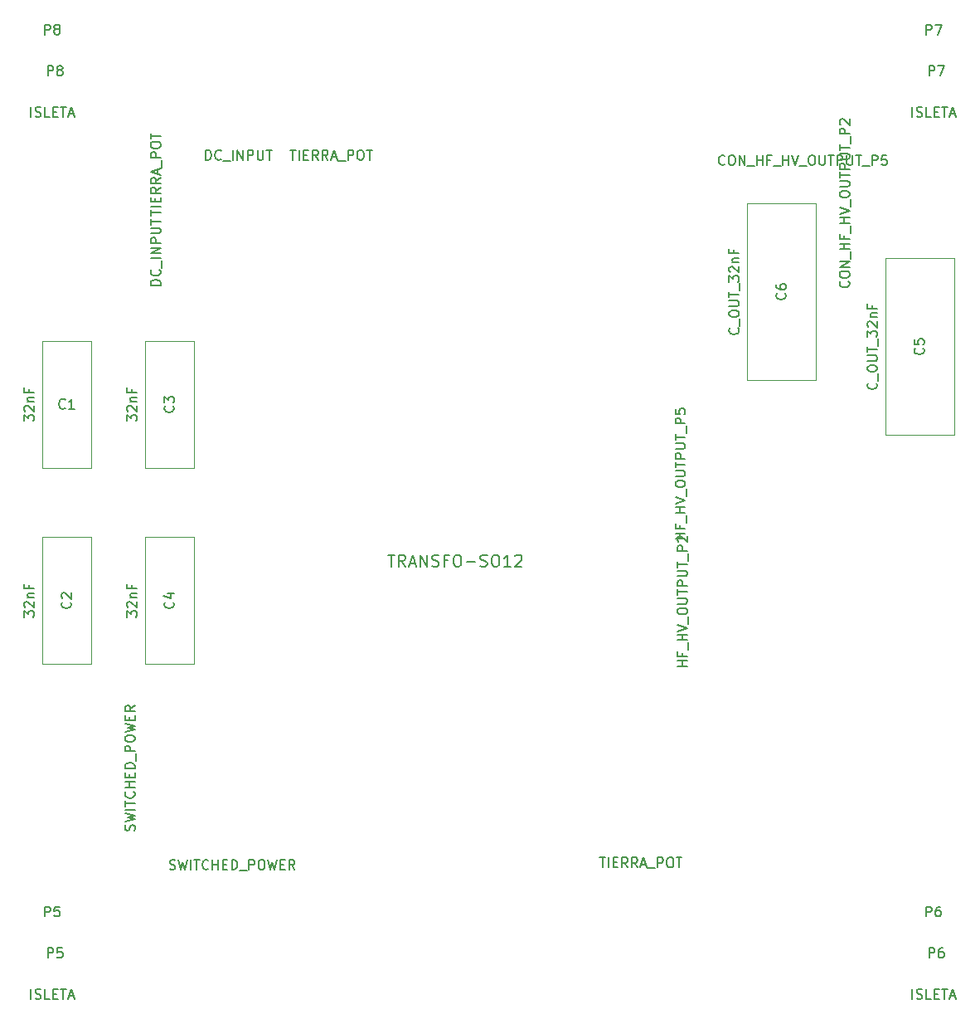
<source format=gbr>
G04 #@! TF.FileFunction,Other,Fab,Top*
%FSLAX46Y46*%
G04 Gerber Fmt 4.6, Leading zero omitted, Abs format (unit mm)*
G04 Created by KiCad (PCBNEW 4.0.2-stable) date 10/05/17 14:13:38*
%MOMM*%
G01*
G04 APERTURE LIST*
%ADD10C,0.100000*%
%ADD11C,0.150000*%
G04 APERTURE END LIST*
D10*
X73500000Y-67500000D02*
X68500000Y-67500000D01*
X68500000Y-67500000D02*
X68500000Y-80500000D01*
X68500000Y-80500000D02*
X73500000Y-80500000D01*
X73500000Y-80500000D02*
X73500000Y-67500000D01*
X73500000Y-87500000D02*
X68500000Y-87500000D01*
X68500000Y-87500000D02*
X68500000Y-100500000D01*
X68500000Y-100500000D02*
X73500000Y-100500000D01*
X73500000Y-100500000D02*
X73500000Y-87500000D01*
X84000000Y-67500000D02*
X79000000Y-67500000D01*
X79000000Y-67500000D02*
X79000000Y-80500000D01*
X79000000Y-80500000D02*
X84000000Y-80500000D01*
X84000000Y-80500000D02*
X84000000Y-67500000D01*
X84000000Y-87500000D02*
X79000000Y-87500000D01*
X79000000Y-87500000D02*
X79000000Y-100500000D01*
X79000000Y-100500000D02*
X84000000Y-100500000D01*
X84000000Y-100500000D02*
X84000000Y-87500000D01*
X161600000Y-59100000D02*
X154600000Y-59100000D01*
X154600000Y-59100000D02*
X154600000Y-77100000D01*
X154600000Y-77100000D02*
X161600000Y-77100000D01*
X161600000Y-77100000D02*
X161600000Y-59100000D01*
X147500000Y-53500000D02*
X140500000Y-53500000D01*
X140500000Y-53500000D02*
X140500000Y-71500000D01*
X140500000Y-71500000D02*
X147500000Y-71500000D01*
X147500000Y-71500000D02*
X147500000Y-53500000D01*
D11*
X66642381Y-75690476D02*
X66642381Y-75071428D01*
X67023333Y-75404762D01*
X67023333Y-75261904D01*
X67070952Y-75166666D01*
X67118571Y-75119047D01*
X67213810Y-75071428D01*
X67451905Y-75071428D01*
X67547143Y-75119047D01*
X67594762Y-75166666D01*
X67642381Y-75261904D01*
X67642381Y-75547619D01*
X67594762Y-75642857D01*
X67547143Y-75690476D01*
X66737619Y-74690476D02*
X66690000Y-74642857D01*
X66642381Y-74547619D01*
X66642381Y-74309523D01*
X66690000Y-74214285D01*
X66737619Y-74166666D01*
X66832857Y-74119047D01*
X66928095Y-74119047D01*
X67070952Y-74166666D01*
X67642381Y-74738095D01*
X67642381Y-74119047D01*
X66975714Y-73690476D02*
X67642381Y-73690476D01*
X67070952Y-73690476D02*
X67023333Y-73642857D01*
X66975714Y-73547619D01*
X66975714Y-73404761D01*
X67023333Y-73309523D01*
X67118571Y-73261904D01*
X67642381Y-73261904D01*
X67118571Y-72452380D02*
X67118571Y-72785714D01*
X67642381Y-72785714D02*
X66642381Y-72785714D01*
X66642381Y-72309523D01*
X70833334Y-74357143D02*
X70785715Y-74404762D01*
X70642858Y-74452381D01*
X70547620Y-74452381D01*
X70404762Y-74404762D01*
X70309524Y-74309524D01*
X70261905Y-74214286D01*
X70214286Y-74023810D01*
X70214286Y-73880952D01*
X70261905Y-73690476D01*
X70309524Y-73595238D01*
X70404762Y-73500000D01*
X70547620Y-73452381D01*
X70642858Y-73452381D01*
X70785715Y-73500000D01*
X70833334Y-73547619D01*
X71785715Y-74452381D02*
X71214286Y-74452381D01*
X71500000Y-74452381D02*
X71500000Y-73452381D01*
X71404762Y-73595238D01*
X71309524Y-73690476D01*
X71214286Y-73738095D01*
X66642381Y-95690476D02*
X66642381Y-95071428D01*
X67023333Y-95404762D01*
X67023333Y-95261904D01*
X67070952Y-95166666D01*
X67118571Y-95119047D01*
X67213810Y-95071428D01*
X67451905Y-95071428D01*
X67547143Y-95119047D01*
X67594762Y-95166666D01*
X67642381Y-95261904D01*
X67642381Y-95547619D01*
X67594762Y-95642857D01*
X67547143Y-95690476D01*
X66737619Y-94690476D02*
X66690000Y-94642857D01*
X66642381Y-94547619D01*
X66642381Y-94309523D01*
X66690000Y-94214285D01*
X66737619Y-94166666D01*
X66832857Y-94119047D01*
X66928095Y-94119047D01*
X67070952Y-94166666D01*
X67642381Y-94738095D01*
X67642381Y-94119047D01*
X66975714Y-93690476D02*
X67642381Y-93690476D01*
X67070952Y-93690476D02*
X67023333Y-93642857D01*
X66975714Y-93547619D01*
X66975714Y-93404761D01*
X67023333Y-93309523D01*
X67118571Y-93261904D01*
X67642381Y-93261904D01*
X67118571Y-92452380D02*
X67118571Y-92785714D01*
X67642381Y-92785714D02*
X66642381Y-92785714D01*
X66642381Y-92309523D01*
X71357143Y-94166666D02*
X71404762Y-94214285D01*
X71452381Y-94357142D01*
X71452381Y-94452380D01*
X71404762Y-94595238D01*
X71309524Y-94690476D01*
X71214286Y-94738095D01*
X71023810Y-94785714D01*
X70880952Y-94785714D01*
X70690476Y-94738095D01*
X70595238Y-94690476D01*
X70500000Y-94595238D01*
X70452381Y-94452380D01*
X70452381Y-94357142D01*
X70500000Y-94214285D01*
X70547619Y-94166666D01*
X70547619Y-93785714D02*
X70500000Y-93738095D01*
X70452381Y-93642857D01*
X70452381Y-93404761D01*
X70500000Y-93309523D01*
X70547619Y-93261904D01*
X70642857Y-93214285D01*
X70738095Y-93214285D01*
X70880952Y-93261904D01*
X71452381Y-93833333D01*
X71452381Y-93214285D01*
X77142381Y-75690476D02*
X77142381Y-75071428D01*
X77523333Y-75404762D01*
X77523333Y-75261904D01*
X77570952Y-75166666D01*
X77618571Y-75119047D01*
X77713810Y-75071428D01*
X77951905Y-75071428D01*
X78047143Y-75119047D01*
X78094762Y-75166666D01*
X78142381Y-75261904D01*
X78142381Y-75547619D01*
X78094762Y-75642857D01*
X78047143Y-75690476D01*
X77237619Y-74690476D02*
X77190000Y-74642857D01*
X77142381Y-74547619D01*
X77142381Y-74309523D01*
X77190000Y-74214285D01*
X77237619Y-74166666D01*
X77332857Y-74119047D01*
X77428095Y-74119047D01*
X77570952Y-74166666D01*
X78142381Y-74738095D01*
X78142381Y-74119047D01*
X77475714Y-73690476D02*
X78142381Y-73690476D01*
X77570952Y-73690476D02*
X77523333Y-73642857D01*
X77475714Y-73547619D01*
X77475714Y-73404761D01*
X77523333Y-73309523D01*
X77618571Y-73261904D01*
X78142381Y-73261904D01*
X77618571Y-72452380D02*
X77618571Y-72785714D01*
X78142381Y-72785714D02*
X77142381Y-72785714D01*
X77142381Y-72309523D01*
X81857143Y-74166666D02*
X81904762Y-74214285D01*
X81952381Y-74357142D01*
X81952381Y-74452380D01*
X81904762Y-74595238D01*
X81809524Y-74690476D01*
X81714286Y-74738095D01*
X81523810Y-74785714D01*
X81380952Y-74785714D01*
X81190476Y-74738095D01*
X81095238Y-74690476D01*
X81000000Y-74595238D01*
X80952381Y-74452380D01*
X80952381Y-74357142D01*
X81000000Y-74214285D01*
X81047619Y-74166666D01*
X80952381Y-73833333D02*
X80952381Y-73214285D01*
X81333333Y-73547619D01*
X81333333Y-73404761D01*
X81380952Y-73309523D01*
X81428571Y-73261904D01*
X81523810Y-73214285D01*
X81761905Y-73214285D01*
X81857143Y-73261904D01*
X81904762Y-73309523D01*
X81952381Y-73404761D01*
X81952381Y-73690476D01*
X81904762Y-73785714D01*
X81857143Y-73833333D01*
X77142381Y-95690476D02*
X77142381Y-95071428D01*
X77523333Y-95404762D01*
X77523333Y-95261904D01*
X77570952Y-95166666D01*
X77618571Y-95119047D01*
X77713810Y-95071428D01*
X77951905Y-95071428D01*
X78047143Y-95119047D01*
X78094762Y-95166666D01*
X78142381Y-95261904D01*
X78142381Y-95547619D01*
X78094762Y-95642857D01*
X78047143Y-95690476D01*
X77237619Y-94690476D02*
X77190000Y-94642857D01*
X77142381Y-94547619D01*
X77142381Y-94309523D01*
X77190000Y-94214285D01*
X77237619Y-94166666D01*
X77332857Y-94119047D01*
X77428095Y-94119047D01*
X77570952Y-94166666D01*
X78142381Y-94738095D01*
X78142381Y-94119047D01*
X77475714Y-93690476D02*
X78142381Y-93690476D01*
X77570952Y-93690476D02*
X77523333Y-93642857D01*
X77475714Y-93547619D01*
X77475714Y-93404761D01*
X77523333Y-93309523D01*
X77618571Y-93261904D01*
X78142381Y-93261904D01*
X77618571Y-92452380D02*
X77618571Y-92785714D01*
X78142381Y-92785714D02*
X77142381Y-92785714D01*
X77142381Y-92309523D01*
X81857143Y-94166666D02*
X81904762Y-94214285D01*
X81952381Y-94357142D01*
X81952381Y-94452380D01*
X81904762Y-94595238D01*
X81809524Y-94690476D01*
X81714286Y-94738095D01*
X81523810Y-94785714D01*
X81380952Y-94785714D01*
X81190476Y-94738095D01*
X81095238Y-94690476D01*
X81000000Y-94595238D01*
X80952381Y-94452380D01*
X80952381Y-94357142D01*
X81000000Y-94214285D01*
X81047619Y-94166666D01*
X81285714Y-93309523D02*
X81952381Y-93309523D01*
X80904762Y-93547619D02*
X81619048Y-93785714D01*
X81619048Y-93166666D01*
X153647143Y-71814286D02*
X153694762Y-71861905D01*
X153742381Y-72004762D01*
X153742381Y-72100000D01*
X153694762Y-72242858D01*
X153599524Y-72338096D01*
X153504286Y-72385715D01*
X153313810Y-72433334D01*
X153170952Y-72433334D01*
X152980476Y-72385715D01*
X152885238Y-72338096D01*
X152790000Y-72242858D01*
X152742381Y-72100000D01*
X152742381Y-72004762D01*
X152790000Y-71861905D01*
X152837619Y-71814286D01*
X153837619Y-71623810D02*
X153837619Y-70861905D01*
X152742381Y-70433334D02*
X152742381Y-70242857D01*
X152790000Y-70147619D01*
X152885238Y-70052381D01*
X153075714Y-70004762D01*
X153409048Y-70004762D01*
X153599524Y-70052381D01*
X153694762Y-70147619D01*
X153742381Y-70242857D01*
X153742381Y-70433334D01*
X153694762Y-70528572D01*
X153599524Y-70623810D01*
X153409048Y-70671429D01*
X153075714Y-70671429D01*
X152885238Y-70623810D01*
X152790000Y-70528572D01*
X152742381Y-70433334D01*
X152742381Y-69576191D02*
X153551905Y-69576191D01*
X153647143Y-69528572D01*
X153694762Y-69480953D01*
X153742381Y-69385715D01*
X153742381Y-69195238D01*
X153694762Y-69100000D01*
X153647143Y-69052381D01*
X153551905Y-69004762D01*
X152742381Y-69004762D01*
X152742381Y-68671429D02*
X152742381Y-68100000D01*
X153742381Y-68385715D02*
X152742381Y-68385715D01*
X153837619Y-68004762D02*
X153837619Y-67242857D01*
X152742381Y-67100000D02*
X152742381Y-66480952D01*
X153123333Y-66814286D01*
X153123333Y-66671428D01*
X153170952Y-66576190D01*
X153218571Y-66528571D01*
X153313810Y-66480952D01*
X153551905Y-66480952D01*
X153647143Y-66528571D01*
X153694762Y-66576190D01*
X153742381Y-66671428D01*
X153742381Y-66957143D01*
X153694762Y-67052381D01*
X153647143Y-67100000D01*
X152837619Y-66100000D02*
X152790000Y-66052381D01*
X152742381Y-65957143D01*
X152742381Y-65719047D01*
X152790000Y-65623809D01*
X152837619Y-65576190D01*
X152932857Y-65528571D01*
X153028095Y-65528571D01*
X153170952Y-65576190D01*
X153742381Y-66147619D01*
X153742381Y-65528571D01*
X153075714Y-65100000D02*
X153742381Y-65100000D01*
X153170952Y-65100000D02*
X153123333Y-65052381D01*
X153075714Y-64957143D01*
X153075714Y-64814285D01*
X153123333Y-64719047D01*
X153218571Y-64671428D01*
X153742381Y-64671428D01*
X153218571Y-63861904D02*
X153218571Y-64195238D01*
X153742381Y-64195238D02*
X152742381Y-64195238D01*
X152742381Y-63719047D01*
X158457143Y-68266666D02*
X158504762Y-68314285D01*
X158552381Y-68457142D01*
X158552381Y-68552380D01*
X158504762Y-68695238D01*
X158409524Y-68790476D01*
X158314286Y-68838095D01*
X158123810Y-68885714D01*
X157980952Y-68885714D01*
X157790476Y-68838095D01*
X157695238Y-68790476D01*
X157600000Y-68695238D01*
X157552381Y-68552380D01*
X157552381Y-68457142D01*
X157600000Y-68314285D01*
X157647619Y-68266666D01*
X157552381Y-67361904D02*
X157552381Y-67838095D01*
X158028571Y-67885714D01*
X157980952Y-67838095D01*
X157933333Y-67742857D01*
X157933333Y-67504761D01*
X157980952Y-67409523D01*
X158028571Y-67361904D01*
X158123810Y-67314285D01*
X158361905Y-67314285D01*
X158457143Y-67361904D01*
X158504762Y-67409523D01*
X158552381Y-67504761D01*
X158552381Y-67742857D01*
X158504762Y-67838095D01*
X158457143Y-67885714D01*
X139547143Y-66214286D02*
X139594762Y-66261905D01*
X139642381Y-66404762D01*
X139642381Y-66500000D01*
X139594762Y-66642858D01*
X139499524Y-66738096D01*
X139404286Y-66785715D01*
X139213810Y-66833334D01*
X139070952Y-66833334D01*
X138880476Y-66785715D01*
X138785238Y-66738096D01*
X138690000Y-66642858D01*
X138642381Y-66500000D01*
X138642381Y-66404762D01*
X138690000Y-66261905D01*
X138737619Y-66214286D01*
X139737619Y-66023810D02*
X139737619Y-65261905D01*
X138642381Y-64833334D02*
X138642381Y-64642857D01*
X138690000Y-64547619D01*
X138785238Y-64452381D01*
X138975714Y-64404762D01*
X139309048Y-64404762D01*
X139499524Y-64452381D01*
X139594762Y-64547619D01*
X139642381Y-64642857D01*
X139642381Y-64833334D01*
X139594762Y-64928572D01*
X139499524Y-65023810D01*
X139309048Y-65071429D01*
X138975714Y-65071429D01*
X138785238Y-65023810D01*
X138690000Y-64928572D01*
X138642381Y-64833334D01*
X138642381Y-63976191D02*
X139451905Y-63976191D01*
X139547143Y-63928572D01*
X139594762Y-63880953D01*
X139642381Y-63785715D01*
X139642381Y-63595238D01*
X139594762Y-63500000D01*
X139547143Y-63452381D01*
X139451905Y-63404762D01*
X138642381Y-63404762D01*
X138642381Y-63071429D02*
X138642381Y-62500000D01*
X139642381Y-62785715D02*
X138642381Y-62785715D01*
X139737619Y-62404762D02*
X139737619Y-61642857D01*
X138642381Y-61500000D02*
X138642381Y-60880952D01*
X139023333Y-61214286D01*
X139023333Y-61071428D01*
X139070952Y-60976190D01*
X139118571Y-60928571D01*
X139213810Y-60880952D01*
X139451905Y-60880952D01*
X139547143Y-60928571D01*
X139594762Y-60976190D01*
X139642381Y-61071428D01*
X139642381Y-61357143D01*
X139594762Y-61452381D01*
X139547143Y-61500000D01*
X138737619Y-60500000D02*
X138690000Y-60452381D01*
X138642381Y-60357143D01*
X138642381Y-60119047D01*
X138690000Y-60023809D01*
X138737619Y-59976190D01*
X138832857Y-59928571D01*
X138928095Y-59928571D01*
X139070952Y-59976190D01*
X139642381Y-60547619D01*
X139642381Y-59928571D01*
X138975714Y-59500000D02*
X139642381Y-59500000D01*
X139070952Y-59500000D02*
X139023333Y-59452381D01*
X138975714Y-59357143D01*
X138975714Y-59214285D01*
X139023333Y-59119047D01*
X139118571Y-59071428D01*
X139642381Y-59071428D01*
X139118571Y-58261904D02*
X139118571Y-58595238D01*
X139642381Y-58595238D02*
X138642381Y-58595238D01*
X138642381Y-58119047D01*
X144357143Y-62666666D02*
X144404762Y-62714285D01*
X144452381Y-62857142D01*
X144452381Y-62952380D01*
X144404762Y-63095238D01*
X144309524Y-63190476D01*
X144214286Y-63238095D01*
X144023810Y-63285714D01*
X143880952Y-63285714D01*
X143690476Y-63238095D01*
X143595238Y-63190476D01*
X143500000Y-63095238D01*
X143452381Y-62952380D01*
X143452381Y-62857142D01*
X143500000Y-62714285D01*
X143547619Y-62666666D01*
X143452381Y-61809523D02*
X143452381Y-62000000D01*
X143500000Y-62095238D01*
X143547619Y-62142857D01*
X143690476Y-62238095D01*
X143880952Y-62285714D01*
X144261905Y-62285714D01*
X144357143Y-62238095D01*
X144404762Y-62190476D01*
X144452381Y-62095238D01*
X144452381Y-61904761D01*
X144404762Y-61809523D01*
X144357143Y-61761904D01*
X144261905Y-61714285D01*
X144023810Y-61714285D01*
X143928571Y-61761904D01*
X143880952Y-61809523D01*
X143833333Y-61904761D01*
X143833333Y-62095238D01*
X143880952Y-62190476D01*
X143928571Y-62238095D01*
X144023810Y-62285714D01*
X103814287Y-89342857D02*
X104500001Y-89342857D01*
X104157144Y-90542857D02*
X104157144Y-89342857D01*
X105585716Y-90542857D02*
X105185716Y-89971429D01*
X104900001Y-90542857D02*
X104900001Y-89342857D01*
X105357144Y-89342857D01*
X105471430Y-89400000D01*
X105528573Y-89457143D01*
X105585716Y-89571429D01*
X105585716Y-89742857D01*
X105528573Y-89857143D01*
X105471430Y-89914286D01*
X105357144Y-89971429D01*
X104900001Y-89971429D01*
X106042858Y-90200000D02*
X106614287Y-90200000D01*
X105928573Y-90542857D02*
X106328573Y-89342857D01*
X106728573Y-90542857D01*
X107128572Y-90542857D02*
X107128572Y-89342857D01*
X107814287Y-90542857D01*
X107814287Y-89342857D01*
X108328572Y-90485714D02*
X108500001Y-90542857D01*
X108785715Y-90542857D01*
X108900001Y-90485714D01*
X108957144Y-90428571D01*
X109014287Y-90314286D01*
X109014287Y-90200000D01*
X108957144Y-90085714D01*
X108900001Y-90028571D01*
X108785715Y-89971429D01*
X108557144Y-89914286D01*
X108442858Y-89857143D01*
X108385715Y-89800000D01*
X108328572Y-89685714D01*
X108328572Y-89571429D01*
X108385715Y-89457143D01*
X108442858Y-89400000D01*
X108557144Y-89342857D01*
X108842858Y-89342857D01*
X109014287Y-89400000D01*
X109928572Y-89914286D02*
X109528572Y-89914286D01*
X109528572Y-90542857D02*
X109528572Y-89342857D01*
X110100001Y-89342857D01*
X110785715Y-89342857D02*
X111014286Y-89342857D01*
X111128572Y-89400000D01*
X111242858Y-89514286D01*
X111300000Y-89742857D01*
X111300000Y-90142857D01*
X111242858Y-90371429D01*
X111128572Y-90485714D01*
X111014286Y-90542857D01*
X110785715Y-90542857D01*
X110671429Y-90485714D01*
X110557143Y-90371429D01*
X110500000Y-90142857D01*
X110500000Y-89742857D01*
X110557143Y-89514286D01*
X110671429Y-89400000D01*
X110785715Y-89342857D01*
X111814286Y-90085714D02*
X112728572Y-90085714D01*
X113242857Y-90485714D02*
X113414286Y-90542857D01*
X113700000Y-90542857D01*
X113814286Y-90485714D01*
X113871429Y-90428571D01*
X113928572Y-90314286D01*
X113928572Y-90200000D01*
X113871429Y-90085714D01*
X113814286Y-90028571D01*
X113700000Y-89971429D01*
X113471429Y-89914286D01*
X113357143Y-89857143D01*
X113300000Y-89800000D01*
X113242857Y-89685714D01*
X113242857Y-89571429D01*
X113300000Y-89457143D01*
X113357143Y-89400000D01*
X113471429Y-89342857D01*
X113757143Y-89342857D01*
X113928572Y-89400000D01*
X114671429Y-89342857D02*
X114900000Y-89342857D01*
X115014286Y-89400000D01*
X115128572Y-89514286D01*
X115185714Y-89742857D01*
X115185714Y-90142857D01*
X115128572Y-90371429D01*
X115014286Y-90485714D01*
X114900000Y-90542857D01*
X114671429Y-90542857D01*
X114557143Y-90485714D01*
X114442857Y-90371429D01*
X114385714Y-90142857D01*
X114385714Y-89742857D01*
X114442857Y-89514286D01*
X114557143Y-89400000D01*
X114671429Y-89342857D01*
X116328572Y-90542857D02*
X115642857Y-90542857D01*
X115985715Y-90542857D02*
X115985715Y-89342857D01*
X115871429Y-89514286D01*
X115757143Y-89628571D01*
X115642857Y-89685714D01*
X116785714Y-89457143D02*
X116842857Y-89400000D01*
X116957143Y-89342857D01*
X117242857Y-89342857D01*
X117357143Y-89400000D01*
X117414286Y-89457143D01*
X117471429Y-89571429D01*
X117471429Y-89685714D01*
X117414286Y-89857143D01*
X116728572Y-90542857D01*
X117471429Y-90542857D01*
X134352381Y-100719048D02*
X133352381Y-100719048D01*
X133828571Y-100719048D02*
X133828571Y-100147619D01*
X134352381Y-100147619D02*
X133352381Y-100147619D01*
X133828571Y-99338095D02*
X133828571Y-99671429D01*
X134352381Y-99671429D02*
X133352381Y-99671429D01*
X133352381Y-99195238D01*
X134447619Y-99052381D02*
X134447619Y-98290476D01*
X134352381Y-98052381D02*
X133352381Y-98052381D01*
X133828571Y-98052381D02*
X133828571Y-97480952D01*
X134352381Y-97480952D02*
X133352381Y-97480952D01*
X133352381Y-97147619D02*
X134352381Y-96814286D01*
X133352381Y-96480952D01*
X134447619Y-96385714D02*
X134447619Y-95623809D01*
X133352381Y-95195238D02*
X133352381Y-95004761D01*
X133400000Y-94909523D01*
X133495238Y-94814285D01*
X133685714Y-94766666D01*
X134019048Y-94766666D01*
X134209524Y-94814285D01*
X134304762Y-94909523D01*
X134352381Y-95004761D01*
X134352381Y-95195238D01*
X134304762Y-95290476D01*
X134209524Y-95385714D01*
X134019048Y-95433333D01*
X133685714Y-95433333D01*
X133495238Y-95385714D01*
X133400000Y-95290476D01*
X133352381Y-95195238D01*
X133352381Y-94338095D02*
X134161905Y-94338095D01*
X134257143Y-94290476D01*
X134304762Y-94242857D01*
X134352381Y-94147619D01*
X134352381Y-93957142D01*
X134304762Y-93861904D01*
X134257143Y-93814285D01*
X134161905Y-93766666D01*
X133352381Y-93766666D01*
X133352381Y-93433333D02*
X133352381Y-92861904D01*
X134352381Y-93147619D02*
X133352381Y-93147619D01*
X134352381Y-92528571D02*
X133352381Y-92528571D01*
X133352381Y-92147618D01*
X133400000Y-92052380D01*
X133447619Y-92004761D01*
X133542857Y-91957142D01*
X133685714Y-91957142D01*
X133780952Y-92004761D01*
X133828571Y-92052380D01*
X133876190Y-92147618D01*
X133876190Y-92528571D01*
X133352381Y-91528571D02*
X134161905Y-91528571D01*
X134257143Y-91480952D01*
X134304762Y-91433333D01*
X134352381Y-91338095D01*
X134352381Y-91147618D01*
X134304762Y-91052380D01*
X134257143Y-91004761D01*
X134161905Y-90957142D01*
X133352381Y-90957142D01*
X133352381Y-90623809D02*
X133352381Y-90052380D01*
X134352381Y-90338095D02*
X133352381Y-90338095D01*
X134447619Y-89957142D02*
X134447619Y-89195237D01*
X134352381Y-88957142D02*
X133352381Y-88957142D01*
X133352381Y-88576189D01*
X133400000Y-88480951D01*
X133447619Y-88433332D01*
X133542857Y-88385713D01*
X133685714Y-88385713D01*
X133780952Y-88433332D01*
X133828571Y-88480951D01*
X133876190Y-88576189D01*
X133876190Y-88957142D01*
X133447619Y-88004761D02*
X133400000Y-87957142D01*
X133352381Y-87861904D01*
X133352381Y-87623808D01*
X133400000Y-87528570D01*
X133447619Y-87480951D01*
X133542857Y-87433332D01*
X133638095Y-87433332D01*
X133780952Y-87480951D01*
X134352381Y-88052380D01*
X134352381Y-87433332D01*
X134152381Y-87719048D02*
X133152381Y-87719048D01*
X133628571Y-87719048D02*
X133628571Y-87147619D01*
X134152381Y-87147619D02*
X133152381Y-87147619D01*
X133628571Y-86338095D02*
X133628571Y-86671429D01*
X134152381Y-86671429D02*
X133152381Y-86671429D01*
X133152381Y-86195238D01*
X134247619Y-86052381D02*
X134247619Y-85290476D01*
X134152381Y-85052381D02*
X133152381Y-85052381D01*
X133628571Y-85052381D02*
X133628571Y-84480952D01*
X134152381Y-84480952D02*
X133152381Y-84480952D01*
X133152381Y-84147619D02*
X134152381Y-83814286D01*
X133152381Y-83480952D01*
X134247619Y-83385714D02*
X134247619Y-82623809D01*
X133152381Y-82195238D02*
X133152381Y-82004761D01*
X133200000Y-81909523D01*
X133295238Y-81814285D01*
X133485714Y-81766666D01*
X133819048Y-81766666D01*
X134009524Y-81814285D01*
X134104762Y-81909523D01*
X134152381Y-82004761D01*
X134152381Y-82195238D01*
X134104762Y-82290476D01*
X134009524Y-82385714D01*
X133819048Y-82433333D01*
X133485714Y-82433333D01*
X133295238Y-82385714D01*
X133200000Y-82290476D01*
X133152381Y-82195238D01*
X133152381Y-81338095D02*
X133961905Y-81338095D01*
X134057143Y-81290476D01*
X134104762Y-81242857D01*
X134152381Y-81147619D01*
X134152381Y-80957142D01*
X134104762Y-80861904D01*
X134057143Y-80814285D01*
X133961905Y-80766666D01*
X133152381Y-80766666D01*
X133152381Y-80433333D02*
X133152381Y-79861904D01*
X134152381Y-80147619D02*
X133152381Y-80147619D01*
X134152381Y-79528571D02*
X133152381Y-79528571D01*
X133152381Y-79147618D01*
X133200000Y-79052380D01*
X133247619Y-79004761D01*
X133342857Y-78957142D01*
X133485714Y-78957142D01*
X133580952Y-79004761D01*
X133628571Y-79052380D01*
X133676190Y-79147618D01*
X133676190Y-79528571D01*
X133152381Y-78528571D02*
X133961905Y-78528571D01*
X134057143Y-78480952D01*
X134104762Y-78433333D01*
X134152381Y-78338095D01*
X134152381Y-78147618D01*
X134104762Y-78052380D01*
X134057143Y-78004761D01*
X133961905Y-77957142D01*
X133152381Y-77957142D01*
X133152381Y-77623809D02*
X133152381Y-77052380D01*
X134152381Y-77338095D02*
X133152381Y-77338095D01*
X134247619Y-76957142D02*
X134247619Y-76195237D01*
X134152381Y-75957142D02*
X133152381Y-75957142D01*
X133152381Y-75576189D01*
X133200000Y-75480951D01*
X133247619Y-75433332D01*
X133342857Y-75385713D01*
X133485714Y-75385713D01*
X133580952Y-75433332D01*
X133628571Y-75480951D01*
X133676190Y-75576189D01*
X133676190Y-75957142D01*
X133152381Y-74480951D02*
X133152381Y-74957142D01*
X133628571Y-75004761D01*
X133580952Y-74957142D01*
X133533333Y-74861904D01*
X133533333Y-74623808D01*
X133580952Y-74528570D01*
X133628571Y-74480951D01*
X133723810Y-74433332D01*
X133961905Y-74433332D01*
X134057143Y-74480951D01*
X134104762Y-74528570D01*
X134152381Y-74623808D01*
X134152381Y-74861904D01*
X134104762Y-74957142D01*
X134057143Y-75004761D01*
X85190476Y-49052381D02*
X85190476Y-48052381D01*
X85428571Y-48052381D01*
X85571429Y-48100000D01*
X85666667Y-48195238D01*
X85714286Y-48290476D01*
X85761905Y-48480952D01*
X85761905Y-48623810D01*
X85714286Y-48814286D01*
X85666667Y-48909524D01*
X85571429Y-49004762D01*
X85428571Y-49052381D01*
X85190476Y-49052381D01*
X86761905Y-48957143D02*
X86714286Y-49004762D01*
X86571429Y-49052381D01*
X86476191Y-49052381D01*
X86333333Y-49004762D01*
X86238095Y-48909524D01*
X86190476Y-48814286D01*
X86142857Y-48623810D01*
X86142857Y-48480952D01*
X86190476Y-48290476D01*
X86238095Y-48195238D01*
X86333333Y-48100000D01*
X86476191Y-48052381D01*
X86571429Y-48052381D01*
X86714286Y-48100000D01*
X86761905Y-48147619D01*
X86952381Y-49147619D02*
X87714286Y-49147619D01*
X87952381Y-49052381D02*
X87952381Y-48052381D01*
X88428571Y-49052381D02*
X88428571Y-48052381D01*
X89000000Y-49052381D01*
X89000000Y-48052381D01*
X89476190Y-49052381D02*
X89476190Y-48052381D01*
X89857143Y-48052381D01*
X89952381Y-48100000D01*
X90000000Y-48147619D01*
X90047619Y-48242857D01*
X90047619Y-48385714D01*
X90000000Y-48480952D01*
X89952381Y-48528571D01*
X89857143Y-48576190D01*
X89476190Y-48576190D01*
X90476190Y-48052381D02*
X90476190Y-48861905D01*
X90523809Y-48957143D01*
X90571428Y-49004762D01*
X90666666Y-49052381D01*
X90857143Y-49052381D01*
X90952381Y-49004762D01*
X91000000Y-48957143D01*
X91047619Y-48861905D01*
X91047619Y-48052381D01*
X91380952Y-48052381D02*
X91952381Y-48052381D01*
X91666666Y-49052381D02*
X91666666Y-48052381D01*
X93809524Y-48052381D02*
X94380953Y-48052381D01*
X94095238Y-49052381D02*
X94095238Y-48052381D01*
X94714286Y-49052381D02*
X94714286Y-48052381D01*
X95190476Y-48528571D02*
X95523810Y-48528571D01*
X95666667Y-49052381D02*
X95190476Y-49052381D01*
X95190476Y-48052381D01*
X95666667Y-48052381D01*
X96666667Y-49052381D02*
X96333333Y-48576190D01*
X96095238Y-49052381D02*
X96095238Y-48052381D01*
X96476191Y-48052381D01*
X96571429Y-48100000D01*
X96619048Y-48147619D01*
X96666667Y-48242857D01*
X96666667Y-48385714D01*
X96619048Y-48480952D01*
X96571429Y-48528571D01*
X96476191Y-48576190D01*
X96095238Y-48576190D01*
X97666667Y-49052381D02*
X97333333Y-48576190D01*
X97095238Y-49052381D02*
X97095238Y-48052381D01*
X97476191Y-48052381D01*
X97571429Y-48100000D01*
X97619048Y-48147619D01*
X97666667Y-48242857D01*
X97666667Y-48385714D01*
X97619048Y-48480952D01*
X97571429Y-48528571D01*
X97476191Y-48576190D01*
X97095238Y-48576190D01*
X98047619Y-48766667D02*
X98523810Y-48766667D01*
X97952381Y-49052381D02*
X98285714Y-48052381D01*
X98619048Y-49052381D01*
X98714286Y-49147619D02*
X99476191Y-49147619D01*
X99714286Y-49052381D02*
X99714286Y-48052381D01*
X100095239Y-48052381D01*
X100190477Y-48100000D01*
X100238096Y-48147619D01*
X100285715Y-48242857D01*
X100285715Y-48385714D01*
X100238096Y-48480952D01*
X100190477Y-48528571D01*
X100095239Y-48576190D01*
X99714286Y-48576190D01*
X100904762Y-48052381D02*
X101095239Y-48052381D01*
X101190477Y-48100000D01*
X101285715Y-48195238D01*
X101333334Y-48385714D01*
X101333334Y-48719048D01*
X101285715Y-48909524D01*
X101190477Y-49004762D01*
X101095239Y-49052381D01*
X100904762Y-49052381D01*
X100809524Y-49004762D01*
X100714286Y-48909524D01*
X100666667Y-48719048D01*
X100666667Y-48385714D01*
X100714286Y-48195238D01*
X100809524Y-48100000D01*
X100904762Y-48052381D01*
X101619048Y-48052381D02*
X102190477Y-48052381D01*
X101904762Y-49052381D02*
X101904762Y-48052381D01*
X77904762Y-117480952D02*
X77952381Y-117338095D01*
X77952381Y-117099999D01*
X77904762Y-117004761D01*
X77857143Y-116957142D01*
X77761905Y-116909523D01*
X77666667Y-116909523D01*
X77571429Y-116957142D01*
X77523810Y-117004761D01*
X77476190Y-117099999D01*
X77428571Y-117290476D01*
X77380952Y-117385714D01*
X77333333Y-117433333D01*
X77238095Y-117480952D01*
X77142857Y-117480952D01*
X77047619Y-117433333D01*
X77000000Y-117385714D01*
X76952381Y-117290476D01*
X76952381Y-117052380D01*
X77000000Y-116909523D01*
X76952381Y-116576190D02*
X77952381Y-116338095D01*
X77238095Y-116147618D01*
X77952381Y-115957142D01*
X76952381Y-115719047D01*
X77952381Y-115338095D02*
X76952381Y-115338095D01*
X76952381Y-115004762D02*
X76952381Y-114433333D01*
X77952381Y-114719048D02*
X76952381Y-114719048D01*
X77857143Y-113528571D02*
X77904762Y-113576190D01*
X77952381Y-113719047D01*
X77952381Y-113814285D01*
X77904762Y-113957143D01*
X77809524Y-114052381D01*
X77714286Y-114100000D01*
X77523810Y-114147619D01*
X77380952Y-114147619D01*
X77190476Y-114100000D01*
X77095238Y-114052381D01*
X77000000Y-113957143D01*
X76952381Y-113814285D01*
X76952381Y-113719047D01*
X77000000Y-113576190D01*
X77047619Y-113528571D01*
X77952381Y-113100000D02*
X76952381Y-113100000D01*
X77428571Y-113100000D02*
X77428571Y-112528571D01*
X77952381Y-112528571D02*
X76952381Y-112528571D01*
X77428571Y-112052381D02*
X77428571Y-111719047D01*
X77952381Y-111576190D02*
X77952381Y-112052381D01*
X76952381Y-112052381D01*
X76952381Y-111576190D01*
X77952381Y-111147619D02*
X76952381Y-111147619D01*
X76952381Y-110909524D01*
X77000000Y-110766666D01*
X77095238Y-110671428D01*
X77190476Y-110623809D01*
X77380952Y-110576190D01*
X77523810Y-110576190D01*
X77714286Y-110623809D01*
X77809524Y-110671428D01*
X77904762Y-110766666D01*
X77952381Y-110909524D01*
X77952381Y-111147619D01*
X78047619Y-110385714D02*
X78047619Y-109623809D01*
X77952381Y-109385714D02*
X76952381Y-109385714D01*
X76952381Y-109004761D01*
X77000000Y-108909523D01*
X77047619Y-108861904D01*
X77142857Y-108814285D01*
X77285714Y-108814285D01*
X77380952Y-108861904D01*
X77428571Y-108909523D01*
X77476190Y-109004761D01*
X77476190Y-109385714D01*
X76952381Y-108195238D02*
X76952381Y-108004761D01*
X77000000Y-107909523D01*
X77095238Y-107814285D01*
X77285714Y-107766666D01*
X77619048Y-107766666D01*
X77809524Y-107814285D01*
X77904762Y-107909523D01*
X77952381Y-108004761D01*
X77952381Y-108195238D01*
X77904762Y-108290476D01*
X77809524Y-108385714D01*
X77619048Y-108433333D01*
X77285714Y-108433333D01*
X77095238Y-108385714D01*
X77000000Y-108290476D01*
X76952381Y-108195238D01*
X76952381Y-107433333D02*
X77952381Y-107195238D01*
X77238095Y-107004761D01*
X77952381Y-106814285D01*
X76952381Y-106576190D01*
X77428571Y-106195238D02*
X77428571Y-105861904D01*
X77952381Y-105719047D02*
X77952381Y-106195238D01*
X76952381Y-106195238D01*
X76952381Y-105719047D01*
X77952381Y-104719047D02*
X77476190Y-105052381D01*
X77952381Y-105290476D02*
X76952381Y-105290476D01*
X76952381Y-104909523D01*
X77000000Y-104814285D01*
X77047619Y-104766666D01*
X77142857Y-104719047D01*
X77285714Y-104719047D01*
X77380952Y-104766666D01*
X77428571Y-104814285D01*
X77476190Y-104909523D01*
X77476190Y-105290476D01*
X150837143Y-61446191D02*
X150884762Y-61493810D01*
X150932381Y-61636667D01*
X150932381Y-61731905D01*
X150884762Y-61874763D01*
X150789524Y-61970001D01*
X150694286Y-62017620D01*
X150503810Y-62065239D01*
X150360952Y-62065239D01*
X150170476Y-62017620D01*
X150075238Y-61970001D01*
X149980000Y-61874763D01*
X149932381Y-61731905D01*
X149932381Y-61636667D01*
X149980000Y-61493810D01*
X150027619Y-61446191D01*
X149932381Y-60827144D02*
X149932381Y-60636667D01*
X149980000Y-60541429D01*
X150075238Y-60446191D01*
X150265714Y-60398572D01*
X150599048Y-60398572D01*
X150789524Y-60446191D01*
X150884762Y-60541429D01*
X150932381Y-60636667D01*
X150932381Y-60827144D01*
X150884762Y-60922382D01*
X150789524Y-61017620D01*
X150599048Y-61065239D01*
X150265714Y-61065239D01*
X150075238Y-61017620D01*
X149980000Y-60922382D01*
X149932381Y-60827144D01*
X150932381Y-59970001D02*
X149932381Y-59970001D01*
X150932381Y-59398572D01*
X149932381Y-59398572D01*
X151027619Y-59160477D02*
X151027619Y-58398572D01*
X150932381Y-58160477D02*
X149932381Y-58160477D01*
X150408571Y-58160477D02*
X150408571Y-57589048D01*
X150932381Y-57589048D02*
X149932381Y-57589048D01*
X150408571Y-56779524D02*
X150408571Y-57112858D01*
X150932381Y-57112858D02*
X149932381Y-57112858D01*
X149932381Y-56636667D01*
X151027619Y-56493810D02*
X151027619Y-55731905D01*
X150932381Y-55493810D02*
X149932381Y-55493810D01*
X150408571Y-55493810D02*
X150408571Y-54922381D01*
X150932381Y-54922381D02*
X149932381Y-54922381D01*
X149932381Y-54589048D02*
X150932381Y-54255715D01*
X149932381Y-53922381D01*
X151027619Y-53827143D02*
X151027619Y-53065238D01*
X149932381Y-52636667D02*
X149932381Y-52446190D01*
X149980000Y-52350952D01*
X150075238Y-52255714D01*
X150265714Y-52208095D01*
X150599048Y-52208095D01*
X150789524Y-52255714D01*
X150884762Y-52350952D01*
X150932381Y-52446190D01*
X150932381Y-52636667D01*
X150884762Y-52731905D01*
X150789524Y-52827143D01*
X150599048Y-52874762D01*
X150265714Y-52874762D01*
X150075238Y-52827143D01*
X149980000Y-52731905D01*
X149932381Y-52636667D01*
X149932381Y-51779524D02*
X150741905Y-51779524D01*
X150837143Y-51731905D01*
X150884762Y-51684286D01*
X150932381Y-51589048D01*
X150932381Y-51398571D01*
X150884762Y-51303333D01*
X150837143Y-51255714D01*
X150741905Y-51208095D01*
X149932381Y-51208095D01*
X149932381Y-50874762D02*
X149932381Y-50303333D01*
X150932381Y-50589048D02*
X149932381Y-50589048D01*
X150932381Y-49970000D02*
X149932381Y-49970000D01*
X149932381Y-49589047D01*
X149980000Y-49493809D01*
X150027619Y-49446190D01*
X150122857Y-49398571D01*
X150265714Y-49398571D01*
X150360952Y-49446190D01*
X150408571Y-49493809D01*
X150456190Y-49589047D01*
X150456190Y-49970000D01*
X149932381Y-48970000D02*
X150741905Y-48970000D01*
X150837143Y-48922381D01*
X150884762Y-48874762D01*
X150932381Y-48779524D01*
X150932381Y-48589047D01*
X150884762Y-48493809D01*
X150837143Y-48446190D01*
X150741905Y-48398571D01*
X149932381Y-48398571D01*
X149932381Y-48065238D02*
X149932381Y-47493809D01*
X150932381Y-47779524D02*
X149932381Y-47779524D01*
X151027619Y-47398571D02*
X151027619Y-46636666D01*
X150932381Y-46398571D02*
X149932381Y-46398571D01*
X149932381Y-46017618D01*
X149980000Y-45922380D01*
X150027619Y-45874761D01*
X150122857Y-45827142D01*
X150265714Y-45827142D01*
X150360952Y-45874761D01*
X150408571Y-45922380D01*
X150456190Y-46017618D01*
X150456190Y-46398571D01*
X150027619Y-45446190D02*
X149980000Y-45398571D01*
X149932381Y-45303333D01*
X149932381Y-45065237D01*
X149980000Y-44969999D01*
X150027619Y-44922380D01*
X150122857Y-44874761D01*
X150218095Y-44874761D01*
X150360952Y-44922380D01*
X150932381Y-45493809D01*
X150932381Y-44874761D01*
X80572381Y-61839524D02*
X79572381Y-61839524D01*
X79572381Y-61601429D01*
X79620000Y-61458571D01*
X79715238Y-61363333D01*
X79810476Y-61315714D01*
X80000952Y-61268095D01*
X80143810Y-61268095D01*
X80334286Y-61315714D01*
X80429524Y-61363333D01*
X80524762Y-61458571D01*
X80572381Y-61601429D01*
X80572381Y-61839524D01*
X80477143Y-60268095D02*
X80524762Y-60315714D01*
X80572381Y-60458571D01*
X80572381Y-60553809D01*
X80524762Y-60696667D01*
X80429524Y-60791905D01*
X80334286Y-60839524D01*
X80143810Y-60887143D01*
X80000952Y-60887143D01*
X79810476Y-60839524D01*
X79715238Y-60791905D01*
X79620000Y-60696667D01*
X79572381Y-60553809D01*
X79572381Y-60458571D01*
X79620000Y-60315714D01*
X79667619Y-60268095D01*
X80667619Y-60077619D02*
X80667619Y-59315714D01*
X80572381Y-59077619D02*
X79572381Y-59077619D01*
X80572381Y-58601429D02*
X79572381Y-58601429D01*
X80572381Y-58030000D01*
X79572381Y-58030000D01*
X80572381Y-57553810D02*
X79572381Y-57553810D01*
X79572381Y-57172857D01*
X79620000Y-57077619D01*
X79667619Y-57030000D01*
X79762857Y-56982381D01*
X79905714Y-56982381D01*
X80000952Y-57030000D01*
X80048571Y-57077619D01*
X80096190Y-57172857D01*
X80096190Y-57553810D01*
X79572381Y-56553810D02*
X80381905Y-56553810D01*
X80477143Y-56506191D01*
X80524762Y-56458572D01*
X80572381Y-56363334D01*
X80572381Y-56172857D01*
X80524762Y-56077619D01*
X80477143Y-56030000D01*
X80381905Y-55982381D01*
X79572381Y-55982381D01*
X79572381Y-55649048D02*
X79572381Y-55077619D01*
X80572381Y-55363334D02*
X79572381Y-55363334D01*
X79572381Y-54720476D02*
X79572381Y-54149047D01*
X80572381Y-54434762D02*
X79572381Y-54434762D01*
X80572381Y-53815714D02*
X79572381Y-53815714D01*
X80048571Y-53339524D02*
X80048571Y-53006190D01*
X80572381Y-52863333D02*
X80572381Y-53339524D01*
X79572381Y-53339524D01*
X79572381Y-52863333D01*
X80572381Y-51863333D02*
X80096190Y-52196667D01*
X80572381Y-52434762D02*
X79572381Y-52434762D01*
X79572381Y-52053809D01*
X79620000Y-51958571D01*
X79667619Y-51910952D01*
X79762857Y-51863333D01*
X79905714Y-51863333D01*
X80000952Y-51910952D01*
X80048571Y-51958571D01*
X80096190Y-52053809D01*
X80096190Y-52434762D01*
X80572381Y-50863333D02*
X80096190Y-51196667D01*
X80572381Y-51434762D02*
X79572381Y-51434762D01*
X79572381Y-51053809D01*
X79620000Y-50958571D01*
X79667619Y-50910952D01*
X79762857Y-50863333D01*
X79905714Y-50863333D01*
X80000952Y-50910952D01*
X80048571Y-50958571D01*
X80096190Y-51053809D01*
X80096190Y-51434762D01*
X80286667Y-50482381D02*
X80286667Y-50006190D01*
X80572381Y-50577619D02*
X79572381Y-50244286D01*
X80572381Y-49910952D01*
X80667619Y-49815714D02*
X80667619Y-49053809D01*
X80572381Y-48815714D02*
X79572381Y-48815714D01*
X79572381Y-48434761D01*
X79620000Y-48339523D01*
X79667619Y-48291904D01*
X79762857Y-48244285D01*
X79905714Y-48244285D01*
X80000952Y-48291904D01*
X80048571Y-48339523D01*
X80096190Y-48434761D01*
X80096190Y-48815714D01*
X79572381Y-47625238D02*
X79572381Y-47434761D01*
X79620000Y-47339523D01*
X79715238Y-47244285D01*
X79905714Y-47196666D01*
X80239048Y-47196666D01*
X80429524Y-47244285D01*
X80524762Y-47339523D01*
X80572381Y-47434761D01*
X80572381Y-47625238D01*
X80524762Y-47720476D01*
X80429524Y-47815714D01*
X80239048Y-47863333D01*
X79905714Y-47863333D01*
X79715238Y-47815714D01*
X79620000Y-47720476D01*
X79572381Y-47625238D01*
X79572381Y-46910952D02*
X79572381Y-46339523D01*
X80572381Y-46625238D02*
X79572381Y-46625238D01*
X138193809Y-49477143D02*
X138146190Y-49524762D01*
X138003333Y-49572381D01*
X137908095Y-49572381D01*
X137765237Y-49524762D01*
X137669999Y-49429524D01*
X137622380Y-49334286D01*
X137574761Y-49143810D01*
X137574761Y-49000952D01*
X137622380Y-48810476D01*
X137669999Y-48715238D01*
X137765237Y-48620000D01*
X137908095Y-48572381D01*
X138003333Y-48572381D01*
X138146190Y-48620000D01*
X138193809Y-48667619D01*
X138812856Y-48572381D02*
X139003333Y-48572381D01*
X139098571Y-48620000D01*
X139193809Y-48715238D01*
X139241428Y-48905714D01*
X139241428Y-49239048D01*
X139193809Y-49429524D01*
X139098571Y-49524762D01*
X139003333Y-49572381D01*
X138812856Y-49572381D01*
X138717618Y-49524762D01*
X138622380Y-49429524D01*
X138574761Y-49239048D01*
X138574761Y-48905714D01*
X138622380Y-48715238D01*
X138717618Y-48620000D01*
X138812856Y-48572381D01*
X139669999Y-49572381D02*
X139669999Y-48572381D01*
X140241428Y-49572381D01*
X140241428Y-48572381D01*
X140479523Y-49667619D02*
X141241428Y-49667619D01*
X141479523Y-49572381D02*
X141479523Y-48572381D01*
X141479523Y-49048571D02*
X142050952Y-49048571D01*
X142050952Y-49572381D02*
X142050952Y-48572381D01*
X142860476Y-49048571D02*
X142527142Y-49048571D01*
X142527142Y-49572381D02*
X142527142Y-48572381D01*
X143003333Y-48572381D01*
X143146190Y-49667619D02*
X143908095Y-49667619D01*
X144146190Y-49572381D02*
X144146190Y-48572381D01*
X144146190Y-49048571D02*
X144717619Y-49048571D01*
X144717619Y-49572381D02*
X144717619Y-48572381D01*
X145050952Y-48572381D02*
X145384285Y-49572381D01*
X145717619Y-48572381D01*
X145812857Y-49667619D02*
X146574762Y-49667619D01*
X147003333Y-48572381D02*
X147193810Y-48572381D01*
X147289048Y-48620000D01*
X147384286Y-48715238D01*
X147431905Y-48905714D01*
X147431905Y-49239048D01*
X147384286Y-49429524D01*
X147289048Y-49524762D01*
X147193810Y-49572381D01*
X147003333Y-49572381D01*
X146908095Y-49524762D01*
X146812857Y-49429524D01*
X146765238Y-49239048D01*
X146765238Y-48905714D01*
X146812857Y-48715238D01*
X146908095Y-48620000D01*
X147003333Y-48572381D01*
X147860476Y-48572381D02*
X147860476Y-49381905D01*
X147908095Y-49477143D01*
X147955714Y-49524762D01*
X148050952Y-49572381D01*
X148241429Y-49572381D01*
X148336667Y-49524762D01*
X148384286Y-49477143D01*
X148431905Y-49381905D01*
X148431905Y-48572381D01*
X148765238Y-48572381D02*
X149336667Y-48572381D01*
X149050952Y-49572381D02*
X149050952Y-48572381D01*
X149670000Y-49572381D02*
X149670000Y-48572381D01*
X150050953Y-48572381D01*
X150146191Y-48620000D01*
X150193810Y-48667619D01*
X150241429Y-48762857D01*
X150241429Y-48905714D01*
X150193810Y-49000952D01*
X150146191Y-49048571D01*
X150050953Y-49096190D01*
X149670000Y-49096190D01*
X150670000Y-48572381D02*
X150670000Y-49381905D01*
X150717619Y-49477143D01*
X150765238Y-49524762D01*
X150860476Y-49572381D01*
X151050953Y-49572381D01*
X151146191Y-49524762D01*
X151193810Y-49477143D01*
X151241429Y-49381905D01*
X151241429Y-48572381D01*
X151574762Y-48572381D02*
X152146191Y-48572381D01*
X151860476Y-49572381D02*
X151860476Y-48572381D01*
X152241429Y-49667619D02*
X153003334Y-49667619D01*
X153241429Y-49572381D02*
X153241429Y-48572381D01*
X153622382Y-48572381D01*
X153717620Y-48620000D01*
X153765239Y-48667619D01*
X153812858Y-48762857D01*
X153812858Y-48905714D01*
X153765239Y-49000952D01*
X153717620Y-49048571D01*
X153622382Y-49096190D01*
X153241429Y-49096190D01*
X154717620Y-48572381D02*
X154241429Y-48572381D01*
X154193810Y-49048571D01*
X154241429Y-49000952D01*
X154336667Y-48953333D01*
X154574763Y-48953333D01*
X154670001Y-49000952D01*
X154717620Y-49048571D01*
X154765239Y-49143810D01*
X154765239Y-49381905D01*
X154717620Y-49477143D01*
X154670001Y-49524762D01*
X154574763Y-49572381D01*
X154336667Y-49572381D01*
X154241429Y-49524762D01*
X154193810Y-49477143D01*
X81519048Y-121404762D02*
X81661905Y-121452381D01*
X81900001Y-121452381D01*
X81995239Y-121404762D01*
X82042858Y-121357143D01*
X82090477Y-121261905D01*
X82090477Y-121166667D01*
X82042858Y-121071429D01*
X81995239Y-121023810D01*
X81900001Y-120976190D01*
X81709524Y-120928571D01*
X81614286Y-120880952D01*
X81566667Y-120833333D01*
X81519048Y-120738095D01*
X81519048Y-120642857D01*
X81566667Y-120547619D01*
X81614286Y-120500000D01*
X81709524Y-120452381D01*
X81947620Y-120452381D01*
X82090477Y-120500000D01*
X82423810Y-120452381D02*
X82661905Y-121452381D01*
X82852382Y-120738095D01*
X83042858Y-121452381D01*
X83280953Y-120452381D01*
X83661905Y-121452381D02*
X83661905Y-120452381D01*
X83995238Y-120452381D02*
X84566667Y-120452381D01*
X84280952Y-121452381D02*
X84280952Y-120452381D01*
X85471429Y-121357143D02*
X85423810Y-121404762D01*
X85280953Y-121452381D01*
X85185715Y-121452381D01*
X85042857Y-121404762D01*
X84947619Y-121309524D01*
X84900000Y-121214286D01*
X84852381Y-121023810D01*
X84852381Y-120880952D01*
X84900000Y-120690476D01*
X84947619Y-120595238D01*
X85042857Y-120500000D01*
X85185715Y-120452381D01*
X85280953Y-120452381D01*
X85423810Y-120500000D01*
X85471429Y-120547619D01*
X85900000Y-121452381D02*
X85900000Y-120452381D01*
X85900000Y-120928571D02*
X86471429Y-120928571D01*
X86471429Y-121452381D02*
X86471429Y-120452381D01*
X86947619Y-120928571D02*
X87280953Y-120928571D01*
X87423810Y-121452381D02*
X86947619Y-121452381D01*
X86947619Y-120452381D01*
X87423810Y-120452381D01*
X87852381Y-121452381D02*
X87852381Y-120452381D01*
X88090476Y-120452381D01*
X88233334Y-120500000D01*
X88328572Y-120595238D01*
X88376191Y-120690476D01*
X88423810Y-120880952D01*
X88423810Y-121023810D01*
X88376191Y-121214286D01*
X88328572Y-121309524D01*
X88233334Y-121404762D01*
X88090476Y-121452381D01*
X87852381Y-121452381D01*
X88614286Y-121547619D02*
X89376191Y-121547619D01*
X89614286Y-121452381D02*
X89614286Y-120452381D01*
X89995239Y-120452381D01*
X90090477Y-120500000D01*
X90138096Y-120547619D01*
X90185715Y-120642857D01*
X90185715Y-120785714D01*
X90138096Y-120880952D01*
X90090477Y-120928571D01*
X89995239Y-120976190D01*
X89614286Y-120976190D01*
X90804762Y-120452381D02*
X90995239Y-120452381D01*
X91090477Y-120500000D01*
X91185715Y-120595238D01*
X91233334Y-120785714D01*
X91233334Y-121119048D01*
X91185715Y-121309524D01*
X91090477Y-121404762D01*
X90995239Y-121452381D01*
X90804762Y-121452381D01*
X90709524Y-121404762D01*
X90614286Y-121309524D01*
X90566667Y-121119048D01*
X90566667Y-120785714D01*
X90614286Y-120595238D01*
X90709524Y-120500000D01*
X90804762Y-120452381D01*
X91566667Y-120452381D02*
X91804762Y-121452381D01*
X91995239Y-120738095D01*
X92185715Y-121452381D01*
X92423810Y-120452381D01*
X92804762Y-120928571D02*
X93138096Y-120928571D01*
X93280953Y-121452381D02*
X92804762Y-121452381D01*
X92804762Y-120452381D01*
X93280953Y-120452381D01*
X94280953Y-121452381D02*
X93947619Y-120976190D01*
X93709524Y-121452381D02*
X93709524Y-120452381D01*
X94090477Y-120452381D01*
X94185715Y-120500000D01*
X94233334Y-120547619D01*
X94280953Y-120642857D01*
X94280953Y-120785714D01*
X94233334Y-120880952D01*
X94185715Y-120928571D01*
X94090477Y-120976190D01*
X93709524Y-120976190D01*
X125439524Y-120232381D02*
X126010953Y-120232381D01*
X125725238Y-121232381D02*
X125725238Y-120232381D01*
X126344286Y-121232381D02*
X126344286Y-120232381D01*
X126820476Y-120708571D02*
X127153810Y-120708571D01*
X127296667Y-121232381D02*
X126820476Y-121232381D01*
X126820476Y-120232381D01*
X127296667Y-120232381D01*
X128296667Y-121232381D02*
X127963333Y-120756190D01*
X127725238Y-121232381D02*
X127725238Y-120232381D01*
X128106191Y-120232381D01*
X128201429Y-120280000D01*
X128249048Y-120327619D01*
X128296667Y-120422857D01*
X128296667Y-120565714D01*
X128249048Y-120660952D01*
X128201429Y-120708571D01*
X128106191Y-120756190D01*
X127725238Y-120756190D01*
X129296667Y-121232381D02*
X128963333Y-120756190D01*
X128725238Y-121232381D02*
X128725238Y-120232381D01*
X129106191Y-120232381D01*
X129201429Y-120280000D01*
X129249048Y-120327619D01*
X129296667Y-120422857D01*
X129296667Y-120565714D01*
X129249048Y-120660952D01*
X129201429Y-120708571D01*
X129106191Y-120756190D01*
X128725238Y-120756190D01*
X129677619Y-120946667D02*
X130153810Y-120946667D01*
X129582381Y-121232381D02*
X129915714Y-120232381D01*
X130249048Y-121232381D01*
X130344286Y-121327619D02*
X131106191Y-121327619D01*
X131344286Y-121232381D02*
X131344286Y-120232381D01*
X131725239Y-120232381D01*
X131820477Y-120280000D01*
X131868096Y-120327619D01*
X131915715Y-120422857D01*
X131915715Y-120565714D01*
X131868096Y-120660952D01*
X131820477Y-120708571D01*
X131725239Y-120756190D01*
X131344286Y-120756190D01*
X132534762Y-120232381D02*
X132725239Y-120232381D01*
X132820477Y-120280000D01*
X132915715Y-120375238D01*
X132963334Y-120565714D01*
X132963334Y-120899048D01*
X132915715Y-121089524D01*
X132820477Y-121184762D01*
X132725239Y-121232381D01*
X132534762Y-121232381D01*
X132439524Y-121184762D01*
X132344286Y-121089524D01*
X132296667Y-120899048D01*
X132296667Y-120565714D01*
X132344286Y-120375238D01*
X132439524Y-120280000D01*
X132534762Y-120232381D01*
X133249048Y-120232381D02*
X133820477Y-120232381D01*
X133534762Y-121232381D02*
X133534762Y-120232381D01*
X68761905Y-126252381D02*
X68761905Y-125252381D01*
X69142858Y-125252381D01*
X69238096Y-125300000D01*
X69285715Y-125347619D01*
X69333334Y-125442857D01*
X69333334Y-125585714D01*
X69285715Y-125680952D01*
X69238096Y-125728571D01*
X69142858Y-125776190D01*
X68761905Y-125776190D01*
X70238096Y-125252381D02*
X69761905Y-125252381D01*
X69714286Y-125728571D01*
X69761905Y-125680952D01*
X69857143Y-125633333D01*
X70095239Y-125633333D01*
X70190477Y-125680952D01*
X70238096Y-125728571D01*
X70285715Y-125823810D01*
X70285715Y-126061905D01*
X70238096Y-126157143D01*
X70190477Y-126204762D01*
X70095239Y-126252381D01*
X69857143Y-126252381D01*
X69761905Y-126204762D01*
X69714286Y-126157143D01*
X67357143Y-134652381D02*
X67357143Y-133652381D01*
X67785714Y-134604762D02*
X67928571Y-134652381D01*
X68166667Y-134652381D01*
X68261905Y-134604762D01*
X68309524Y-134557143D01*
X68357143Y-134461905D01*
X68357143Y-134366667D01*
X68309524Y-134271429D01*
X68261905Y-134223810D01*
X68166667Y-134176190D01*
X67976190Y-134128571D01*
X67880952Y-134080952D01*
X67833333Y-134033333D01*
X67785714Y-133938095D01*
X67785714Y-133842857D01*
X67833333Y-133747619D01*
X67880952Y-133700000D01*
X67976190Y-133652381D01*
X68214286Y-133652381D01*
X68357143Y-133700000D01*
X69261905Y-134652381D02*
X68785714Y-134652381D01*
X68785714Y-133652381D01*
X69595238Y-134128571D02*
X69928572Y-134128571D01*
X70071429Y-134652381D02*
X69595238Y-134652381D01*
X69595238Y-133652381D01*
X70071429Y-133652381D01*
X70357143Y-133652381D02*
X70928572Y-133652381D01*
X70642857Y-134652381D02*
X70642857Y-133652381D01*
X71214286Y-134366667D02*
X71690477Y-134366667D01*
X71119048Y-134652381D02*
X71452381Y-133652381D01*
X71785715Y-134652381D01*
X69061905Y-130452381D02*
X69061905Y-129452381D01*
X69442858Y-129452381D01*
X69538096Y-129500000D01*
X69585715Y-129547619D01*
X69633334Y-129642857D01*
X69633334Y-129785714D01*
X69585715Y-129880952D01*
X69538096Y-129928571D01*
X69442858Y-129976190D01*
X69061905Y-129976190D01*
X70538096Y-129452381D02*
X70061905Y-129452381D01*
X70014286Y-129928571D01*
X70061905Y-129880952D01*
X70157143Y-129833333D01*
X70395239Y-129833333D01*
X70490477Y-129880952D01*
X70538096Y-129928571D01*
X70585715Y-130023810D01*
X70585715Y-130261905D01*
X70538096Y-130357143D01*
X70490477Y-130404762D01*
X70395239Y-130452381D01*
X70157143Y-130452381D01*
X70061905Y-130404762D01*
X70014286Y-130357143D01*
X158761905Y-126252381D02*
X158761905Y-125252381D01*
X159142858Y-125252381D01*
X159238096Y-125300000D01*
X159285715Y-125347619D01*
X159333334Y-125442857D01*
X159333334Y-125585714D01*
X159285715Y-125680952D01*
X159238096Y-125728571D01*
X159142858Y-125776190D01*
X158761905Y-125776190D01*
X160190477Y-125252381D02*
X160000000Y-125252381D01*
X159904762Y-125300000D01*
X159857143Y-125347619D01*
X159761905Y-125490476D01*
X159714286Y-125680952D01*
X159714286Y-126061905D01*
X159761905Y-126157143D01*
X159809524Y-126204762D01*
X159904762Y-126252381D01*
X160095239Y-126252381D01*
X160190477Y-126204762D01*
X160238096Y-126157143D01*
X160285715Y-126061905D01*
X160285715Y-125823810D01*
X160238096Y-125728571D01*
X160190477Y-125680952D01*
X160095239Y-125633333D01*
X159904762Y-125633333D01*
X159809524Y-125680952D01*
X159761905Y-125728571D01*
X159714286Y-125823810D01*
X157357143Y-134652381D02*
X157357143Y-133652381D01*
X157785714Y-134604762D02*
X157928571Y-134652381D01*
X158166667Y-134652381D01*
X158261905Y-134604762D01*
X158309524Y-134557143D01*
X158357143Y-134461905D01*
X158357143Y-134366667D01*
X158309524Y-134271429D01*
X158261905Y-134223810D01*
X158166667Y-134176190D01*
X157976190Y-134128571D01*
X157880952Y-134080952D01*
X157833333Y-134033333D01*
X157785714Y-133938095D01*
X157785714Y-133842857D01*
X157833333Y-133747619D01*
X157880952Y-133700000D01*
X157976190Y-133652381D01*
X158214286Y-133652381D01*
X158357143Y-133700000D01*
X159261905Y-134652381D02*
X158785714Y-134652381D01*
X158785714Y-133652381D01*
X159595238Y-134128571D02*
X159928572Y-134128571D01*
X160071429Y-134652381D02*
X159595238Y-134652381D01*
X159595238Y-133652381D01*
X160071429Y-133652381D01*
X160357143Y-133652381D02*
X160928572Y-133652381D01*
X160642857Y-134652381D02*
X160642857Y-133652381D01*
X161214286Y-134366667D02*
X161690477Y-134366667D01*
X161119048Y-134652381D02*
X161452381Y-133652381D01*
X161785715Y-134652381D01*
X159061905Y-130452381D02*
X159061905Y-129452381D01*
X159442858Y-129452381D01*
X159538096Y-129500000D01*
X159585715Y-129547619D01*
X159633334Y-129642857D01*
X159633334Y-129785714D01*
X159585715Y-129880952D01*
X159538096Y-129928571D01*
X159442858Y-129976190D01*
X159061905Y-129976190D01*
X160490477Y-129452381D02*
X160300000Y-129452381D01*
X160204762Y-129500000D01*
X160157143Y-129547619D01*
X160061905Y-129690476D01*
X160014286Y-129880952D01*
X160014286Y-130261905D01*
X160061905Y-130357143D01*
X160109524Y-130404762D01*
X160204762Y-130452381D01*
X160395239Y-130452381D01*
X160490477Y-130404762D01*
X160538096Y-130357143D01*
X160585715Y-130261905D01*
X160585715Y-130023810D01*
X160538096Y-129928571D01*
X160490477Y-129880952D01*
X160395239Y-129833333D01*
X160204762Y-129833333D01*
X160109524Y-129880952D01*
X160061905Y-129928571D01*
X160014286Y-130023810D01*
X158761905Y-36252381D02*
X158761905Y-35252381D01*
X159142858Y-35252381D01*
X159238096Y-35300000D01*
X159285715Y-35347619D01*
X159333334Y-35442857D01*
X159333334Y-35585714D01*
X159285715Y-35680952D01*
X159238096Y-35728571D01*
X159142858Y-35776190D01*
X158761905Y-35776190D01*
X159666667Y-35252381D02*
X160333334Y-35252381D01*
X159904762Y-36252381D01*
X157357143Y-44652381D02*
X157357143Y-43652381D01*
X157785714Y-44604762D02*
X157928571Y-44652381D01*
X158166667Y-44652381D01*
X158261905Y-44604762D01*
X158309524Y-44557143D01*
X158357143Y-44461905D01*
X158357143Y-44366667D01*
X158309524Y-44271429D01*
X158261905Y-44223810D01*
X158166667Y-44176190D01*
X157976190Y-44128571D01*
X157880952Y-44080952D01*
X157833333Y-44033333D01*
X157785714Y-43938095D01*
X157785714Y-43842857D01*
X157833333Y-43747619D01*
X157880952Y-43700000D01*
X157976190Y-43652381D01*
X158214286Y-43652381D01*
X158357143Y-43700000D01*
X159261905Y-44652381D02*
X158785714Y-44652381D01*
X158785714Y-43652381D01*
X159595238Y-44128571D02*
X159928572Y-44128571D01*
X160071429Y-44652381D02*
X159595238Y-44652381D01*
X159595238Y-43652381D01*
X160071429Y-43652381D01*
X160357143Y-43652381D02*
X160928572Y-43652381D01*
X160642857Y-44652381D02*
X160642857Y-43652381D01*
X161214286Y-44366667D02*
X161690477Y-44366667D01*
X161119048Y-44652381D02*
X161452381Y-43652381D01*
X161785715Y-44652381D01*
X159061905Y-40452381D02*
X159061905Y-39452381D01*
X159442858Y-39452381D01*
X159538096Y-39500000D01*
X159585715Y-39547619D01*
X159633334Y-39642857D01*
X159633334Y-39785714D01*
X159585715Y-39880952D01*
X159538096Y-39928571D01*
X159442858Y-39976190D01*
X159061905Y-39976190D01*
X159966667Y-39452381D02*
X160633334Y-39452381D01*
X160204762Y-40452381D01*
X68761905Y-36252381D02*
X68761905Y-35252381D01*
X69142858Y-35252381D01*
X69238096Y-35300000D01*
X69285715Y-35347619D01*
X69333334Y-35442857D01*
X69333334Y-35585714D01*
X69285715Y-35680952D01*
X69238096Y-35728571D01*
X69142858Y-35776190D01*
X68761905Y-35776190D01*
X69904762Y-35680952D02*
X69809524Y-35633333D01*
X69761905Y-35585714D01*
X69714286Y-35490476D01*
X69714286Y-35442857D01*
X69761905Y-35347619D01*
X69809524Y-35300000D01*
X69904762Y-35252381D01*
X70095239Y-35252381D01*
X70190477Y-35300000D01*
X70238096Y-35347619D01*
X70285715Y-35442857D01*
X70285715Y-35490476D01*
X70238096Y-35585714D01*
X70190477Y-35633333D01*
X70095239Y-35680952D01*
X69904762Y-35680952D01*
X69809524Y-35728571D01*
X69761905Y-35776190D01*
X69714286Y-35871429D01*
X69714286Y-36061905D01*
X69761905Y-36157143D01*
X69809524Y-36204762D01*
X69904762Y-36252381D01*
X70095239Y-36252381D01*
X70190477Y-36204762D01*
X70238096Y-36157143D01*
X70285715Y-36061905D01*
X70285715Y-35871429D01*
X70238096Y-35776190D01*
X70190477Y-35728571D01*
X70095239Y-35680952D01*
X67357143Y-44652381D02*
X67357143Y-43652381D01*
X67785714Y-44604762D02*
X67928571Y-44652381D01*
X68166667Y-44652381D01*
X68261905Y-44604762D01*
X68309524Y-44557143D01*
X68357143Y-44461905D01*
X68357143Y-44366667D01*
X68309524Y-44271429D01*
X68261905Y-44223810D01*
X68166667Y-44176190D01*
X67976190Y-44128571D01*
X67880952Y-44080952D01*
X67833333Y-44033333D01*
X67785714Y-43938095D01*
X67785714Y-43842857D01*
X67833333Y-43747619D01*
X67880952Y-43700000D01*
X67976190Y-43652381D01*
X68214286Y-43652381D01*
X68357143Y-43700000D01*
X69261905Y-44652381D02*
X68785714Y-44652381D01*
X68785714Y-43652381D01*
X69595238Y-44128571D02*
X69928572Y-44128571D01*
X70071429Y-44652381D02*
X69595238Y-44652381D01*
X69595238Y-43652381D01*
X70071429Y-43652381D01*
X70357143Y-43652381D02*
X70928572Y-43652381D01*
X70642857Y-44652381D02*
X70642857Y-43652381D01*
X71214286Y-44366667D02*
X71690477Y-44366667D01*
X71119048Y-44652381D02*
X71452381Y-43652381D01*
X71785715Y-44652381D01*
X69061905Y-40452381D02*
X69061905Y-39452381D01*
X69442858Y-39452381D01*
X69538096Y-39500000D01*
X69585715Y-39547619D01*
X69633334Y-39642857D01*
X69633334Y-39785714D01*
X69585715Y-39880952D01*
X69538096Y-39928571D01*
X69442858Y-39976190D01*
X69061905Y-39976190D01*
X70204762Y-39880952D02*
X70109524Y-39833333D01*
X70061905Y-39785714D01*
X70014286Y-39690476D01*
X70014286Y-39642857D01*
X70061905Y-39547619D01*
X70109524Y-39500000D01*
X70204762Y-39452381D01*
X70395239Y-39452381D01*
X70490477Y-39500000D01*
X70538096Y-39547619D01*
X70585715Y-39642857D01*
X70585715Y-39690476D01*
X70538096Y-39785714D01*
X70490477Y-39833333D01*
X70395239Y-39880952D01*
X70204762Y-39880952D01*
X70109524Y-39928571D01*
X70061905Y-39976190D01*
X70014286Y-40071429D01*
X70014286Y-40261905D01*
X70061905Y-40357143D01*
X70109524Y-40404762D01*
X70204762Y-40452381D01*
X70395239Y-40452381D01*
X70490477Y-40404762D01*
X70538096Y-40357143D01*
X70585715Y-40261905D01*
X70585715Y-40071429D01*
X70538096Y-39976190D01*
X70490477Y-39928571D01*
X70395239Y-39880952D01*
M02*

</source>
